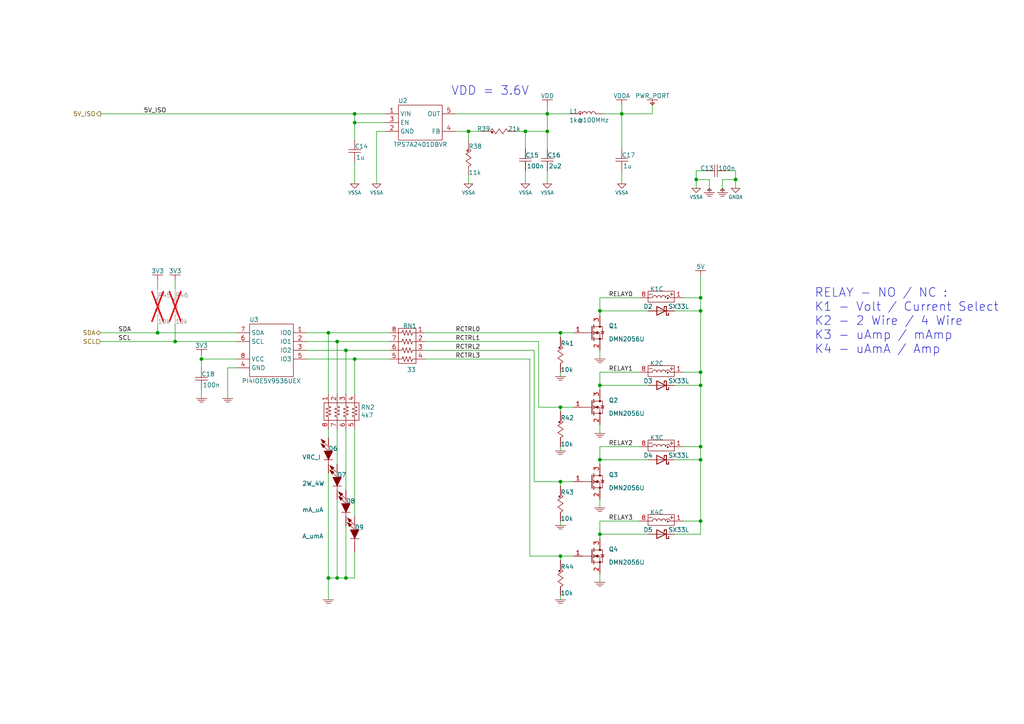
<source format=kicad_sch>
(kicad_sch (version 20231120) (generator "eeschema") (generator_version "8.0")
  (paper "A4")
  (title_block (rev "B"))
  (lib_symbols
    (symbol "cap_0603:100n" (pin_numbers hide) (pin_names (offset 1.016) hide)
      (property "Reference" "C" (at 0 3.81 0))
      (property "Value" "100n" (at 0.381 0.635 0))
      (symbol "100n_0_1"
        (polyline (pts (xy -1.778 3.556) (xy 1.778 3.556)))
        (polyline (pts (xy 0 2.54) (xy 0 2.794)))
        (polyline (pts (xy 0 3.556) (xy 0 3.81)))
        (polyline (pts (xy 1.778 2.794) (xy -1.778 2.794)))
      )
      (symbol "100n_1_1"
        (pin passive line (at 0 0 90) (length 2.54) (name "1") (number "1"))
        (pin passive line (at 0 6.35 270) (length 2.54) (name "2") (number "2"))
      )
    )
    (symbol "cap_0603:1u" (pin_numbers hide) (pin_names (offset 1.016) hide)
      (property "Reference" "C" (at 0 3.81 0))
      (property "Value" "1u" (at 0.381 0.635 0))
      (symbol "1u_0_1"
        (polyline (pts (xy -1.778 3.556) (xy 1.778 3.556)))
        (polyline (pts (xy 0 2.54) (xy 0 2.794)))
        (polyline (pts (xy 0 3.556) (xy 0 3.81)))
        (polyline (pts (xy 1.778 2.794) (xy -1.778 2.794)))
      )
      (symbol "1u_1_1"
        (pin passive line (at 0 0 90) (length 2.54) (name "1") (number "1"))
        (pin passive line (at 0 6.35 270) (length 2.54) (name "2") (number "2"))
      )
    )
    (symbol "cap_0603:2u2" (pin_numbers hide) (pin_names (offset 1.016) hide)
      (property "Reference" "C" (at 0 3.81 0))
      (property "Value" "2u2" (at 0.381 0.635 0))
      (symbol "2u2_0_1"
        (polyline (pts (xy -1.778 3.556) (xy 1.778 3.556)))
        (polyline (pts (xy 0 2.54) (xy 0 2.794)))
        (polyline (pts (xy 0 3.556) (xy 0 3.81)))
        (polyline (pts (xy 1.778 2.794) (xy -1.778 2.794)))
      )
      (symbol "2u2_1_1"
        (pin passive line (at 0 0 90) (length 2.54) (name "1") (number "1"))
        (pin passive line (at 0 6.35 270) (length 2.54) (name "2") (number "2"))
      )
    )
    (symbol "res_0603:10k" (pin_numbers hide) (pin_names (offset 1.016) hide)
      (property "Reference" "R" (at 2.54 0 0))
      (property "Value" "10k" (at 7.62 0 0))
      (symbol "10k_0_1"
        (polyline (pts (xy 2.54 0) (xy 3.048 0.762) (xy 4.064 -0.762) (xy 5.08 0.762) (xy 6.096 -0.762) (xy 7.112 0.762) (xy 7.62 0)))
        (circle (center 3.048 -0.254) (radius 0.254) (fill (type outline)))
      )
      (symbol "10k_1_1"
        (pin passive line (at 0 0 0) (length 2.54) (name "1") (number "1"))
        (pin passive line (at 10.16 0 180) (length 2.54) (name "2") (number "2"))
      )
    )
    (symbol "res_0603:11k" (pin_numbers hide) (pin_names (offset 1.016) hide)
      (property "Reference" "R" (at 2.54 0 0))
      (property "Value" "11k" (at 7.62 0 0))
      (symbol "11k_0_1"
        (polyline (pts (xy 2.54 0) (xy 3.048 0.762) (xy 4.064 -0.762) (xy 5.08 0.762) (xy 6.096 -0.762) (xy 7.112 0.762) (xy 7.62 0)))
        (circle (center 3.048 -0.254) (radius 0.254) (fill (type outline)))
      )
      (symbol "11k_1_1"
        (pin passive line (at 0 0 0) (length 2.54) (name "1") (number "1"))
        (pin passive line (at 10.16 0 180) (length 2.54) (name "2") (number "2"))
      )
    )
    (symbol "res_0603:21k" (pin_numbers hide) (pin_names (offset 1.016) hide)
      (property "Reference" "R" (at 2.54 0 0))
      (property "Value" "21k" (at 7.62 0 0))
      (symbol "21k_0_1"
        (polyline (pts (xy 2.54 0) (xy 3.048 0.762) (xy 4.064 -0.762) (xy 5.08 0.762) (xy 6.096 -0.762) (xy 7.112 0.762) (xy 7.62 0)))
        (circle (center 3.048 -0.254) (radius 0.254) (fill (type outline)))
      )
      (symbol "21k_1_1"
        (pin passive line (at 0 0 0) (length 2.54) (name "1") (number "1"))
        (pin passive line (at 10.16 0 180) (length 2.54) (name "2") (number "2"))
      )
    )
    (symbol "sesa_coil:fb_1k_0603" (pin_numbers hide) (pin_names (offset 1.016) hide)
      (property "Reference" "L" (at 2.54 0 0))
      (property "Value" "1k@100MHz" (at 7.62 0 0))
      (symbol "fb_1k_0603_0_1"
        (circle (center 3.1496 0) (radius 0.2032) (fill (type outline)))
        (arc (start 3.175 0.635) (mid 2.728 0.447) (end 2.54 0))
        (arc (start 3.8173 0.0073) (mid 3.6292 0.4542) (end 3.1823 0.6423))
        (arc (start 4.4377 0.6423) (mid 3.9908 0.4542) (end 3.8027 0.0073))
        (arc (start 5.0873 0.0073) (mid 4.8992 0.4542) (end 4.4523 0.6423))
        (arc (start 5.7077 0.6423) (mid 5.2608 0.4542) (end 5.0727 0.0073))
        (arc (start 6.3573 0.0073) (mid 6.1692 0.4542) (end 5.7223 0.6423))
        (arc (start 6.9777 0.6423) (mid 6.5308 0.4542) (end 6.3427 0.0073))
        (arc (start 7.6273 0.0073) (mid 7.4392 0.4542) (end 6.9923 0.6423))
      )
      (symbol "fb_1k_0603_1_1"
        (pin passive line (at 0 0 0) (length 2.54) (name "1") (number "1"))
        (pin passive line (at 10.16 0 180) (length 2.54) (name "2") (number "2"))
      )
    )
    (symbol "sesa_diode:MBR1020VL" (pin_numbers hide) (pin_names (offset 1.016) hide)
      (property "Reference" "D" (at 0 2.54 0))
      (property "Value" "MBR1020VL" (at 0 -2.54 0))
      (symbol "MBR1020VL_0_1"
        (polyline (pts (xy 1.27 0) (xy -1.27 0)))
        (polyline (pts (xy 1.27 1.27) (xy 1.27 -1.27) (xy -1.27 0) (xy 1.27 1.27)) (stroke (width 0.254)))
        (polyline (pts (xy -2.159 -0.635) (xy -2.159 -1.27) (xy -1.524 -1.27) (xy -1.524 1.27) (xy -0.889 1.27) (xy -0.889 0.635)) (stroke (width 0.254)))
      )
      (symbol "MBR1020VL_1_1"
        (pin passive line (at -3.81 0 0) (length 2.54) (name "K") (number "1"))
        (pin passive line (at 3.81 0 180) (length 2.54) (name "A") (number "2"))
      )
    )
    (symbol "sesa_ic_logic:PI4IOE5V9536UEX"
      (property "Reference" "U" (at 1.27 16.51 0))
      (property "Value" "PI4IOE5V9536UEX" (at 6.35 -1.27 0))
      (symbol "PI4IOE5V9536UEX_0_1"
        (rectangle (start 0 15.24) (end 12.7 0))
      )
      (symbol "PI4IOE5V9536UEX_1_1"
        (pin bidirectional line (at 16.51 12.7 180) (length 3.81) (name "IO0") (number "1"))
        (pin bidirectional line (at 16.51 10.16 180) (length 3.81) (name "IO1") (number "2"))
        (pin bidirectional line (at 16.51 7.62 180) (length 3.81) (name "IO2") (number "3"))
        (pin power_in line (at -3.81 2.54 0) (length 3.81) (name "GND") (number "4"))
        (pin bidirectional line (at 16.51 5.08 180) (length 3.81) (name "IO3") (number "5"))
        (pin input line (at -3.81 10.16 0) (length 3.81) (name "SCL") (number "6"))
        (pin bidirectional line (at -3.81 12.7 0) (length 3.81) (name "SDA") (number "7"))
        (pin power_in line (at -3.81 5.08 0) (length 3.81) (name "VCC") (number "8"))
      )
    )
    (symbol "sesa_ic_power:TPS7A2401DBVR"
      (property "Reference" "U" (at 1.27 11.43 0))
      (property "Value" "TPS7A2401DBVR" (at 6.35 -1.27 0))
      (symbol "TPS7A2401DBVR_0_0"
        (pin power_in line (at -3.81 7.62 0) (length 3.81) (name "VIN") (number "1"))
        (pin power_in line (at -3.81 2.54 0) (length 3.81) (name "GND") (number "2"))
        (pin input line (at -3.81 5.08 0) (length 3.81) (name "EN") (number "3"))
        (pin input line (at 16.51 2.54 180) (length 3.81) (name "FB") (number "4"))
        (pin power_out line (at 16.51 7.62 180) (length 3.81) (name "OUT") (number "5"))
      )
      (symbol "TPS7A2401DBVR_0_1"
        (rectangle (start 0 10.16) (end 12.7 0))
      )
    )
    (symbol "sesa_optics:led_green_0603" (pin_numbers hide) (pin_names (offset 0) hide)
      (property "Reference" "D" (at 0 1.27 0))
      (property "Value" "green" (at 0 -3.81 0))
      (symbol "led_green_0603_0_1"
        (polyline (pts (xy 0 2.54) (xy 0 -2.54)))
        (polyline (pts (xy 1.27 -1.27) (xy -1.27 -1.27)))
        (polyline (pts (xy 1.27 1.27) (xy 0 -1.27) (xy -1.27 1.27) (xy 1.27 1.27)) (fill (type outline)))
        (polyline (pts (xy -0.254 1.524) (xy -1.524 2.794) (xy -2.159 3.429) (xy -0.889 2.794) (xy -1.524 2.159) (xy -2.159 3.429)) (fill (type outline)))
        (polyline (pts (xy -0.254 2.794) (xy -1.524 4.064) (xy -2.159 4.699) (xy -0.889 4.064) (xy -1.524 3.429) (xy -2.159 4.699)) (fill (type outline)))
      )
      (symbol "led_green_0603_1_1"
        (pin input line (at 0 -5.08 90) (length 2.54) (name "K") (number "1"))
        (pin input line (at 0 5.08 270) (length 2.54) (name "A") (number "2"))
      )
    )
    (symbol "sesa_power:3V3" (power) (pin_numbers hide) (pin_names (offset 0) hide)
      (property "Value" "3V3" (at 0 2.667 0))
      (symbol "3V3_0_1"
        (polyline (pts (xy 0 1.524) (xy 0 0)))
        (polyline (pts (xy 1.524 1.524) (xy -1.524 1.524)))
      )
      (symbol "3V3_1_1"
        (pin power_in line (at 0 0 90) (length 0) hide (name "3V3") (number "1"))
      )
    )
    (symbol "sesa_power:5V" (power) (pin_names (offset 0))
      (property "Value" "5V" (at 0 2.667 0))
      (symbol "5V_0_0"
        (pin power_in line (at 0 0 90) (length 0) hide (name "5V") (number "1"))
      )
      (symbol "5V_0_1"
        (polyline (pts (xy 0 1.524) (xy 0 0)))
        (polyline (pts (xy 1.524 1.524) (xy -1.524 1.524)))
      )
    )
    (symbol "sesa_power:GND" (power) (pin_numbers hide) (pin_names (offset 0) hide)
      (symbol "GND_0_1"
        (polyline (pts (xy 0.508 -1.016) (xy -0.508 -1.016)))
        (polyline (pts (xy 1.016 -0.508) (xy -1.016 -0.508)))
        (polyline (pts (xy 1.524 0) (xy -1.524 0)))
      )
      (symbol "GND_1_1"
        (pin power_in line (at 0 0 90) (length 0) hide (name "GND") (number "1"))
      )
    )
    (symbol "sesa_power:GNDA" (power) (pin_names (offset 0))
      (property "Value" "GNDA" (at 0 -1.778 0))
      (symbol "GNDA_0_1"
        (polyline (pts (xy -1.27 0) (xy 0 -1.27) (xy 1.27 0) (xy -1.27 0)))
      )
      (symbol "GNDA_1_1"
        (pin power_in line (at 0 0 90) (length 0) hide (name "GNDA") (number "1"))
      )
    )
    (symbol "sesa_power:GND_PORT" (power) (pin_numbers hide) (pin_names (offset 0) hide)
      (symbol "GND_PORT_0_1"
        (polyline (pts (xy 0 0) (xy 0 1.27)))
        (polyline (pts (xy 0.508 -1.016) (xy -0.508 -1.016)))
        (polyline (pts (xy 1.016 -0.508) (xy -1.016 -0.508)))
        (polyline (pts (xy 1.524 0) (xy -1.524 0)))
        (polyline (pts (xy 0 1.27) (xy -0.635 0.635) (xy 0.635 0.635) (xy 0 1.27)))
      )
      (symbol "GND_PORT_1_1"
        (pin power_out line (at 0 1.27 90) (length 0) hide (name "GND") (number "1"))
      )
    )
    (symbol "sesa_power:PWR_PORT" (power) (pin_names (offset 0))
      (property "Value" "PWR_PORT" (at 0 2.667 0))
      (symbol "PWR_PORT_0_0"
        (pin power_out line (at 0 0 90) (length 0) hide (name "PWR") (number "1"))
      )
      (symbol "PWR_PORT_0_1"
        (polyline (pts (xy 0 1.524) (xy 0 0)))
        (polyline (pts (xy 1.524 1.524) (xy -1.524 1.524)))
        (polyline (pts (xy -0.635 0.635) (xy 0.635 0.635) (xy 0 0) (xy -0.635 0.635)))
      )
    )
    (symbol "sesa_power:VDD" (power) (pin_names (offset 0))
      (property "Value" "VDD" (at 0 2.667 0))
      (symbol "VDD_0_0"
        (pin power_in line (at 0 0 90) (length 0) hide (name "VDD") (number "1"))
      )
      (symbol "VDD_0_1"
        (polyline (pts (xy 0 1.524) (xy 0 0)))
        (polyline (pts (xy 1.524 1.524) (xy -1.524 1.524)))
      )
    )
    (symbol "sesa_power:VDDA" (power) (pin_names (offset 0))
      (property "Value" "VDDA" (at 0 2.667 0))
      (symbol "VDDA_0_0"
        (pin power_in line (at 0 0 90) (length 0) hide (name "VDDA") (number "1"))
      )
      (symbol "VDDA_0_1"
        (polyline (pts (xy 0 1.524) (xy 0 0)))
        (polyline (pts (xy 1.524 1.524) (xy -1.524 1.524)))
      )
    )
    (symbol "sesa_power:VSSA" (power) (pin_names (offset 0))
      (property "Value" "VSSA" (at 0 -2.54 0))
      (symbol "VSSA_0_1"
        (polyline (pts (xy -1.27 0) (xy 0 -1.27) (xy 1.27 0) (xy -1.27 0)))
      )
      (symbol "VSSA_1_1"
        (pin power_in line (at 0 0 90) (length 0) hide (name "VSSA") (number "1"))
      )
    )
    (symbol "sesa_relay:G6K-2F-Y" (pin_names hide)
      (property "Reference" "K" (at 2.54 2.54 0))
      (symbol "G6K-2F-Y_1_1"
        (polyline (pts (xy 0 -1.27) (xy 2.54 -1.27)))
        (polyline (pts (xy 0 1.27) (xy 2.54 1.27)))
        (polyline (pts (xy 2.54 1.016) (xy 5.08 0) (xy 6.35 0) (xy 6.35 1.27) (xy 7.62 1.27)))
        (circle (center 2.54 -1.27) (radius 0.254) (fill (type outline)))
        (circle (center 2.54 1.27) (radius 0.254) (fill (type outline)))
        (pin passive line (at -2.54 1.27 0) (length 2.54) (name "NC1") (number "2"))
        (pin passive line (at 10.16 1.27 180) (length 2.54) (name "COM1") (number "3"))
        (pin passive line (at -2.54 -1.27 0) (length 2.54) (name "NO1") (number "4"))
      )
      (symbol "G6K-2F-Y_2_1"
        (polyline (pts (xy 0 -1.27) (xy 2.54 -1.27)))
        (polyline (pts (xy 0 1.27) (xy 2.54 1.27)))
        (polyline (pts (xy 2.54 1.016) (xy 5.08 0) (xy 6.35 0) (xy 6.35 1.27) (xy 7.62 1.27)))
        (circle (center 2.54 -1.27) (radius 0.254) (fill (type outline)))
        (circle (center 2.54 1.27) (radius 0.254) (fill (type outline)))
        (pin passive line (at -2.54 -1.27 0) (length 2.54) (name "NO2") (number "5"))
        (pin passive line (at 10.16 1.27 180) (length 2.54) (name "COM2") (number "6"))
        (pin passive line (at -2.54 1.27 0) (length 2.54) (name "NC2") (number "7"))
      )
      (symbol "G6K-2F-Y_3_1"
        (polyline (pts (xy 0 0) (xy 1.27 0)))
        (polyline (pts (xy 0.254 1.016) (xy 1.27 1.016)))
        (polyline (pts (xy 6.35 0) (xy 7.62 0)))
        (polyline (pts (xy 6.35 1.016) (xy 7.366 1.016)))
        (polyline (pts (xy 6.858 1.524) (xy 6.858 0.508)))
        (rectangle (start 0 1.905) (end 7.62 -1.27))
        (arc (start 1.905 0.635) (mid 1.456 0.449) (end 1.27 0))
        (arc (start 2.54 0) (mid 2.354 0.449) (end 1.905 0.635))
        (arc (start 3.175 0.635) (mid 2.726 0.449) (end 2.54 0))
        (arc (start 3.81 0) (mid 3.624 0.449) (end 3.175 0.635))
        (arc (start 4.445 0.635) (mid 3.996 0.449) (end 3.81 0))
        (arc (start 5.08 0) (mid 4.894 0.449) (end 4.445 0.635))
        (circle (center 5.715 -0.127) (radius 0.1796) (fill (type outline)))
        (arc (start 5.715 0.635) (mid 5.266 0.449) (end 5.08 0))
        (arc (start 6.35 0) (mid 6.164 0.449) (end 5.715 0.635))
        (pin passive line (at 10.16 0 180) (length 2.54) (name "COIL1") (number "1"))
        (pin passive line (at -2.54 0 0) (length 2.54) (name "COIL2") (number "8"))
      )
    )
    (symbol "sesa_resistor:33_4a_0603" (pin_names (offset 0.002) hide)
      (property "Reference" "RN" (at 2.54 10.16 0))
      (property "Value" "33" (at 0 -2.54 0))
      (symbol "33_4a_0603_0_1"
        (polyline (pts (xy 5.08 1.27) (xy 4.064 1.27) (xy 3.81 2.032) (xy 3.302 0.508) (xy 2.794 2.032) (xy 2.286 0.508) (xy 1.778 2.032) (xy 1.27 0.508) (xy 1.016 1.27) (xy 0 1.27)))
        (polyline (pts (xy 5.08 3.81) (xy 4.064 3.81) (xy 3.81 4.572) (xy 3.302 3.048) (xy 2.794 4.572) (xy 2.286 3.048) (xy 1.778 4.572) (xy 1.27 3.048) (xy 1.016 3.81) (xy 0 3.81)))
        (polyline (pts (xy 5.08 6.35) (xy 4.064 6.35) (xy 3.81 7.112) (xy 3.302 5.588) (xy 2.794 7.112) (xy 2.286 5.588) (xy 1.778 7.112) (xy 1.27 5.588) (xy 1.016 6.35) (xy 0 6.35)))
        (polyline (pts (xy 5.08 8.89) (xy 4.064 8.89) (xy 3.81 9.652) (xy 3.302 8.128) (xy 2.794 9.652) (xy 2.286 8.128) (xy 1.778 9.652) (xy 1.27 8.128) (xy 1.016 8.89) (xy 0 8.89)))
        (rectangle (start 0 10.16) (end 5.08 0))
      )
      (symbol "33_4a_0603_1_1"
        (pin passive line (at -2.54 8.89 0) (length 2.54) (name "1") (number "1"))
        (pin passive line (at -2.54 6.35 0) (length 2.54) (name "2") (number "2"))
        (pin passive line (at -2.54 3.81 0) (length 2.54) (name "3") (number "3"))
        (pin passive line (at -2.54 1.27 0) (length 2.54) (name "4") (number "4"))
        (pin passive line (at 7.62 1.27 180) (length 2.54) (name "5") (number "5"))
        (pin passive line (at 7.62 3.81 180) (length 2.54) (name "6") (number "6"))
        (pin passive line (at 7.62 6.35 180) (length 2.54) (name "7") (number "7"))
        (pin passive line (at 7.62 8.89 180) (length 2.54) (name "8") (number "8"))
      )
    )
    (symbol "sesa_resistor:4k7_4a_0603" (pin_names (offset 0.002) hide)
      (property "Reference" "RN" (at 2.54 10.16 0))
      (property "Value" "4k7" (at 0 -2.54 0))
      (symbol "4k7_4a_0603_0_1"
        (polyline (pts (xy 5.08 1.27) (xy 4.064 1.27) (xy 3.81 2.032) (xy 3.302 0.508) (xy 2.794 2.032) (xy 2.286 0.508) (xy 1.778 2.032) (xy 1.27 0.508) (xy 1.016 1.27) (xy 0 1.27)))
        (polyline (pts (xy 5.08 3.81) (xy 4.064 3.81) (xy 3.81 4.572) (xy 3.302 3.048) (xy 2.794 4.572) (xy 2.286 3.048) (xy 1.778 4.572) (xy 1.27 3.048) (xy 1.016 3.81) (xy 0 3.81)))
        (polyline (pts (xy 5.08 6.35) (xy 4.064 6.35) (xy 3.81 7.112) (xy 3.302 5.588) (xy 2.794 7.112) (xy 2.286 5.588) (xy 1.778 7.112) (xy 1.27 5.588) (xy 1.016 6.35) (xy 0 6.35)))
        (polyline (pts (xy 5.08 8.89) (xy 4.064 8.89) (xy 3.81 9.652) (xy 3.302 8.128) (xy 2.794 9.652) (xy 2.286 8.128) (xy 1.778 9.652) (xy 1.27 8.128) (xy 1.016 8.89) (xy 0 8.89)))
        (rectangle (start 0 10.16) (end 5.08 0))
      )
      (symbol "4k7_4a_0603_1_1"
        (pin passive line (at -2.54 8.89 0) (length 2.54) (name "1") (number "1"))
        (pin passive line (at -2.54 6.35 0) (length 2.54) (name "2") (number "2"))
        (pin passive line (at -2.54 3.81 0) (length 2.54) (name "3") (number "3"))
        (pin passive line (at -2.54 1.27 0) (length 2.54) (name "4") (number "4"))
        (pin passive line (at 7.62 1.27 180) (length 2.54) (name "5") (number "5"))
        (pin passive line (at 7.62 3.81 180) (length 2.54) (name "6") (number "6"))
        (pin passive line (at 7.62 6.35 180) (length 2.54) (name "7") (number "7"))
        (pin passive line (at 7.62 8.89 180) (length 2.54) (name "8") (number "8"))
      )
    )
    (symbol "sesa_transistor:DMN2056U" (pin_names (offset 0) hide)
      (property "Reference" "Q" (at 5.08 1.27 0))
      (property "Value" "DMN2056U" (at 5.08 -2.54 0))
      (symbol "DMN2056U_0_1"
        (polyline (pts (xy 0.254 0) (xy -2.54 0)))
        (polyline (pts (xy 0.254 1.905) (xy 0.254 -1.905)) (stroke (width 0.254)))
        (polyline (pts (xy 0.762 -1.27) (xy 0.762 -2.286)) (stroke (width 0.254)))
        (polyline (pts (xy 0.762 0.508) (xy 0.762 -0.508)) (stroke (width 0.254)))
        (polyline (pts (xy 0.762 2.286) (xy 0.762 1.27)) (stroke (width 0.254)))
        (polyline (pts (xy 2.54 2.54) (xy 2.54 1.778)))
        (polyline (pts (xy 2.54 -2.54) (xy 2.54 0) (xy 0.762 0)))
        (polyline (pts (xy 0.762 -1.778) (xy 3.302 -1.778) (xy 3.302 1.778) (xy 0.762 1.778)))
        (polyline (pts (xy 1.016 0) (xy 2.032 0.381) (xy 2.032 -0.381) (xy 1.016 0)) (fill (type outline)))
        (polyline (pts (xy 2.794 0.508) (xy 2.921 0.381) (xy 3.683 0.381) (xy 3.81 0.254)))
        (polyline (pts (xy 3.302 0.381) (xy 2.921 -0.254) (xy 3.683 -0.254) (xy 3.302 0.381)))
        (circle (center 2.54 -1.778) (radius 0.254) (fill (type outline)))
        (circle (center 2.54 1.778) (radius 0.254) (fill (type outline)))
      )
      (symbol "DMN2056U_1_1"
        (pin input line (at -5.08 0 0) (length 2.54) (name "G") (number "1"))
        (pin passive line (at 2.54 -5.08 90) (length 2.54) (name "S") (number "2"))
        (pin passive line (at 2.54 5.08 270) (length 2.54) (name "D") (number "3"))
      )
    )
  )
  (junction (at 102.87 35.56))
  (junction (at 135.89 38.1))
  (junction (at 180.34 33.02))
  (junction (at 203.2 107.95))
  (junction (at 102.87 33.02))
  (junction (at 100.33 167.64))
  (junction (at 158.75 33.02))
  (junction (at 203.2 111.76))
  (junction (at 203.2 133.35))
  (junction (at 203.2 129.54))
  (junction (at 95.25 167.64))
  (junction (at 213.36 52.07))
  (junction (at 203.2 151.13))
  (junction (at 173.99 90.17))
  (junction (at 158.75 38.1))
  (junction (at 201.93 52.07))
  (junction (at 97.79 167.64))
  (junction (at 203.2 90.17))
  (junction (at 173.99 111.76))
  (junction (at 45.72 96.52))
  (junction (at 95.25 96.52))
  (junction (at 97.79 99.06))
  (junction (at 152.4 38.1))
  (junction (at 102.87 104.14))
  (junction (at 162.56 161.29))
  (junction (at 162.56 139.7))
  (junction (at 100.33 101.6))
  (junction (at 162.56 118.11))
  (junction (at 203.2 86.36))
  (junction (at 173.99 133.35))
  (junction (at 50.8 99.06))
  (junction (at 58.42 104.14))
  (junction (at 162.56 96.52))
  (junction (at 173.99 154.94))
  (wire (pts (xy 203.2 129.54) (xy 203.2 133.35)))
  (wire (pts (xy 173.99 151.13) (xy 173.99 154.94)))
  (wire (pts (xy 189.23 33.02) (xy 180.34 33.02)))
  (wire (pts (xy 154.94 139.7) (xy 162.56 139.7)))
  (wire (pts (xy 173.99 151.13) (xy 185.42 151.13)))
  (wire (pts (xy 162.56 96.52) (xy 166.37 96.52)))
  (wire (pts (xy 29.21 33.02) (xy 102.87 33.02)))
  (wire (pts (xy 100.33 167.64) (xy 102.87 167.64)))
  (wire (pts (xy 97.79 167.64) (xy 100.33 167.64)))
  (wire (pts (xy 210.82 49.53) (xy 213.36 49.53)))
  (wire (pts (xy 180.34 49.53) (xy 180.34 53.34)))
  (wire (pts (xy 198.12 129.54) (xy 203.2 129.54)))
  (wire (pts (xy 173.99 154.94) (xy 187.96 154.94)))
  (wire (pts (xy 156.21 118.11) (xy 162.56 118.11)))
  (wire (pts (xy 153.67 104.14) (xy 153.67 161.29)))
  (wire (pts (xy 100.33 101.6) (xy 113.03 101.6)))
  (wire (pts (xy 45.72 96.52) (xy 68.58 96.52)))
  (wire (pts (xy 154.94 101.6) (xy 154.94 139.7)))
  (wire (pts (xy 29.21 96.52) (xy 45.72 96.52)))
  (wire (pts (xy 173.99 104.14) (xy 173.99 101.6)))
  (wire (pts (xy 201.93 52.07) (xy 201.93 54.61)))
  (wire (pts (xy 158.75 33.02) (xy 165.1 33.02)))
  (wire (pts (xy 173.99 154.94) (xy 173.99 156.21)))
  (wire (pts (xy 50.8 81.28) (xy 50.8 83.82)))
  (wire (pts (xy 158.75 30.48) (xy 158.75 33.02)))
  (wire (pts (xy 195.58 111.76) (xy 203.2 111.76)))
  (wire (pts (xy 162.56 152.4) (xy 162.56 151.13)))
  (wire (pts (xy 95.25 124.46) (xy 95.25 127)))
  (wire (pts (xy 198.12 107.95) (xy 203.2 107.95)))
  (wire (pts (xy 185.42 86.36) (xy 173.99 86.36)))
  (wire (pts (xy 162.56 118.11) (xy 166.37 118.11)))
  (wire (pts (xy 198.12 86.36) (xy 203.2 86.36)))
  (wire (pts (xy 203.2 86.36) (xy 203.2 90.17)))
  (wire (pts (xy 135.89 38.1) (xy 139.7 38.1)))
  (wire (pts (xy 173.99 86.36) (xy 173.99 90.17)))
  (wire (pts (xy 50.8 93.98) (xy 50.8 99.06)))
  (wire (pts (xy 173.99 111.76) (xy 173.99 113.03)))
  (wire (pts (xy 189.23 30.48) (xy 189.23 33.02)))
  (wire (pts (xy 123.19 96.52) (xy 162.56 96.52)))
  (wire (pts (xy 102.87 35.56) (xy 102.87 40.64)))
  (wire (pts (xy 209.55 52.07) (xy 213.36 52.07)))
  (wire (pts (xy 205.74 54.61) (xy 205.74 52.07)))
  (wire (pts (xy 95.25 167.64) (xy 97.79 167.64)))
  (wire (pts (xy 100.33 152.4) (xy 100.33 167.64)))
  (wire (pts (xy 102.87 124.46) (xy 102.87 149.86)))
  (wire (pts (xy 173.99 147.32) (xy 173.99 144.78)))
  (wire (pts (xy 132.08 33.02) (xy 158.75 33.02)))
  (wire (pts (xy 213.36 49.53) (xy 213.36 52.07)))
  (wire (pts (xy 111.76 33.02) (xy 102.87 33.02)))
  (wire (pts (xy 95.25 96.52) (xy 113.03 96.52)))
  (wire (pts (xy 162.56 139.7) (xy 162.56 140.97)))
  (wire (pts (xy 162.56 118.11) (xy 162.56 119.38)))
  (wire (pts (xy 102.87 46.99) (xy 102.87 53.34)))
  (wire (pts (xy 97.79 99.06) (xy 113.03 99.06)))
  (wire (pts (xy 68.58 104.14) (xy 58.42 104.14)))
  (wire (pts (xy 173.99 111.76) (xy 187.96 111.76)))
  (wire (pts (xy 135.89 38.1) (xy 135.89 40.64)))
  (wire (pts (xy 201.93 49.53) (xy 201.93 52.07)))
  (wire (pts (xy 203.2 133.35) (xy 203.2 151.13)))
  (wire (pts (xy 88.9 104.14) (xy 102.87 104.14)))
  (wire (pts (xy 135.89 53.34) (xy 135.89 50.8)))
  (wire (pts (xy 162.56 130.81) (xy 162.56 129.54)))
  (wire (pts (xy 158.75 38.1) (xy 158.75 43.18)))
  (wire (pts (xy 152.4 38.1) (xy 152.4 43.18)))
  (wire (pts (xy 158.75 49.53) (xy 158.75 53.34)))
  (wire (pts (xy 180.34 33.02) (xy 180.34 43.18)))
  (wire (pts (xy 58.42 115.57) (xy 58.42 113.03)))
  (wire (pts (xy 100.33 124.46) (xy 100.33 142.24)))
  (wire (pts (xy 152.4 49.53) (xy 152.4 53.34)))
  (wire (pts (xy 109.22 38.1) (xy 111.76 38.1)))
  (wire (pts (xy 185.42 129.54) (xy 173.99 129.54)))
  (wire (pts (xy 195.58 90.17) (xy 203.2 90.17)))
  (wire (pts (xy 102.87 104.14) (xy 102.87 114.3)))
  (wire (pts (xy 213.36 52.07) (xy 213.36 54.61)))
  (wire (pts (xy 102.87 104.14) (xy 113.03 104.14)))
  (wire (pts (xy 97.79 144.78) (xy 97.79 167.64)))
  (wire (pts (xy 95.25 137.16) (xy 95.25 167.64)))
  (wire (pts (xy 45.72 81.28) (xy 45.72 83.82)))
  (wire (pts (xy 68.58 106.68) (xy 66.04 106.68)))
  (wire (pts (xy 95.25 173.99) (xy 95.25 167.64)))
  (wire (pts (xy 203.2 107.95) (xy 203.2 111.76)))
  (wire (pts (xy 209.55 54.61) (xy 209.55 52.07)))
  (wire (pts (xy 203.2 151.13) (xy 203.2 154.94)))
  (wire (pts (xy 173.99 129.54) (xy 173.99 133.35)))
  (wire (pts (xy 162.56 161.29) (xy 166.37 161.29)))
  (wire (pts (xy 152.4 38.1) (xy 158.75 38.1)))
  (wire (pts (xy 95.25 96.52) (xy 95.25 114.3)))
  (wire (pts (xy 195.58 154.94) (xy 203.2 154.94)))
  (wire (pts (xy 162.56 109.22) (xy 162.56 107.95)))
  (wire (pts (xy 102.87 160.02) (xy 102.87 167.64)))
  (wire (pts (xy 204.47 49.53) (xy 201.93 49.53)))
  (wire (pts (xy 45.72 93.98) (xy 45.72 96.52)))
  (wire (pts (xy 173.99 90.17) (xy 173.99 91.44)))
  (wire (pts (xy 175.26 33.02) (xy 180.34 33.02)))
  (wire (pts (xy 173.99 90.17) (xy 187.96 90.17)))
  (wire (pts (xy 153.67 161.29) (xy 162.56 161.29)))
  (wire (pts (xy 180.34 33.02) (xy 180.34 30.48)))
  (wire (pts (xy 162.56 161.29) (xy 162.56 162.56)))
  (wire (pts (xy 162.56 173.99) (xy 162.56 172.72)))
  (wire (pts (xy 173.99 133.35) (xy 187.96 133.35)))
  (wire (pts (xy 203.2 80.01) (xy 203.2 86.36)))
  (wire (pts (xy 100.33 101.6) (xy 88.9 101.6)))
  (wire (pts (xy 162.56 139.7) (xy 166.37 139.7)))
  (wire (pts (xy 185.42 107.95) (xy 173.99 107.95)))
  (wire (pts (xy 123.19 99.06) (xy 156.21 99.06)))
  (wire (pts (xy 97.79 99.06) (xy 97.79 114.3)))
  (wire (pts (xy 50.8 99.06) (xy 68.58 99.06)))
  (wire (pts (xy 66.04 106.68) (xy 66.04 115.57)))
  (wire (pts (xy 195.58 133.35) (xy 203.2 133.35)))
  (wire (pts (xy 123.19 104.14) (xy 153.67 104.14)))
  (wire (pts (xy 29.21 99.06) (xy 50.8 99.06)))
  (wire (pts (xy 173.99 125.73) (xy 173.99 123.19)))
  (wire (pts (xy 149.86 38.1) (xy 152.4 38.1)))
  (wire (pts (xy 58.42 104.14) (xy 58.42 102.87)))
  (wire (pts (xy 97.79 99.06) (xy 88.9 99.06)))
  (wire (pts (xy 123.19 101.6) (xy 154.94 101.6)))
  (wire (pts (xy 162.56 96.52) (xy 162.56 97.79)))
  (wire (pts (xy 203.2 111.76) (xy 203.2 129.54)))
  (wire (pts (xy 100.33 101.6) (xy 100.33 114.3)))
  (wire (pts (xy 158.75 38.1) (xy 158.75 33.02)))
  (wire (pts (xy 97.79 124.46) (xy 97.79 134.62)))
  (wire (pts (xy 203.2 90.17) (xy 203.2 107.95)))
  (wire (pts (xy 205.74 52.07) (xy 201.93 52.07)))
  (wire (pts (xy 111.76 35.56) (xy 102.87 35.56)))
  (wire (pts (xy 198.12 151.13) (xy 203.2 151.13)))
  (wire (pts (xy 173.99 168.91) (xy 173.99 166.37)))
  (wire (pts (xy 58.42 104.14) (xy 58.42 106.68)))
  (wire (pts (xy 173.99 107.95) (xy 173.99 111.76)))
  (wire (pts (xy 132.08 38.1) (xy 135.89 38.1)))
  (wire (pts (xy 102.87 33.02) (xy 102.87 35.56)))
  (wire (pts (xy 173.99 133.35) (xy 173.99 134.62)))
  (wire (pts (xy 156.21 99.06) (xy 156.21 118.11)))
  (wire (pts (xy 95.25 96.52) (xy 88.9 96.52)))
  (wire (pts (xy 109.22 38.1) (xy 109.22 53.34)))
  (text "RELAY - NO / NC :\nK1 - Volt / Current Select\nK2 - 2 Wire / 4 Wire\nK3 - uAmp / mAmp\nK4 - uAmA / Amp" (at 236.22 102.87 0) (effects (font (size 2.54 2.54)) (justify left bottom)))
  (text "VDD = 3.6V" (at 130.81 27.94 0) (effects (font (size 2.54 2.54)) (justify left bottom)))
  (label "RCTRL2" (at 132.08 101.6 0))
  (label "SCL" (at 34.29 99.06 0))
  (label "5V_ISO" (at 48.26 33.02 180))
  (label "RELAY3" (at 176.53 151.13 0))
  (label "RELAY0" (at 176.53 86.36 0))
  (label "RCTRL1" (at 132.08 99.06 0))
  (label "RCTRL3" (at 132.08 104.14 0))
  (label "SDA" (at 34.29 96.52 0))
  (label "RELAY2" (at 176.53 129.54 0))
  (label "RELAY1" (at 176.53 107.95 0))
  (label "RCTRL0" (at 132.08 96.52 0))
  (hierarchical_label "SDA" (shape bidirectional) (at 29.21 96.52 180))
  (hierarchical_label "5V_ISO" (shape output) (at 29.21 33.02 180))
  (hierarchical_label "SCL" (shape input) (at 29.21 99.06 180))
  (symbol (lib_id "sesa_power:GND") (at 58.42 115.57 0) (unit 1)
    (property "Reference" "#PWR049" (effects (hide yes)))
    (property "Value" "GND" (effects (hide yes)))
  )
  (symbol (lib_id "sesa_optics:led_green_0603") (at 97.79 139.7 0) (unit 1)
    (property "Reference" "D7" (at 97.79 138.43 0) (effects (justify left bottom)))
    (property "Value" "2W_4W" (at 87.63 140.97 0) (effects (justify left bottom)))
    (property "Footprint" "LED_SMD:LED_0603_1608Metric" (effects (hide yes)))
    (property "Datasheet" "https://www.we-online.com/catalog/datasheet/150060GS55040.pdf" (effects (hide yes)))
    (property "Description" "Led smd 0603, green" (effects (hide yes)))
    (property "MFG PN" "150060GS55040" (effects (hide yes)))
  )
  (symbol (lib_id "sesa_power:3V3") (at 58.42 102.87 0) (unit 1)
    (property "Reference" "#PWR056" (effects (hide yes)))
    (property "Value" "3V3" (at 58.42 100.203 0))
  )
  (symbol (lib_id "res_0603:10k") (at 162.56 162.56 270) (unit 1)
    (property "Reference" "R44" (at 162.56 165.1 90) (effects (justify left bottom)))
    (property "Value" "10k" (at 162.56 172.72 90) (effects (justify left bottom)))
    (property "Footprint" "Resistor_SMD:R_0603_1608Metric" (effects (hide yes)))
    (property "Datasheet" "https://www.bourns.com/data/global/pdfs/CR.pdf" (effects (hide yes)))
    (property "Description" "resistor, 0603, 125 mW" (effects (hide yes)))
    (property "Tolerance" "1%" (effects (hide yes)))
    (property "MFG PN" "CR0603AFX-1002EAS" (effects (hide yes)))
  )
  (symbol (lib_id "res_0603:21k") (at 139.7 38.1 0) (unit 1)
    (property "Reference" "R39" (at 142.24 38.1 0) (effects (justify right bottom)))
    (property "Value" "21k" (at 147.32 38.1 0) (effects (justify left bottom)))
    (property "Footprint" "Resistor_SMD:R_0603_1608Metric" (effects (hide yes)))
    (property "Datasheet" "https://www.bourns.com/data/global/pdfs/CR.pdf" (effects (hide yes)))
    (property "Description" "resistor, 0603, 100 mW, 1%" (effects (hide yes)))
    (property "Tolerance" "1%" (effects (hide yes)))
    (property "MFG PN" "CR0603-FX-2102ELF" (effects (hide yes)))
  )
  (symbol (lib_id "sesa_power:VSSA") (at 135.89 53.34 0) (unit 1)
    (property "Reference" "#PWR031" (effects (hide yes)))
    (property "Value" "VSSA" (at 135.89 55.88 0) (effects (font (size 1.016 1.016))))
  )
  (symbol (lib_id "sesa_transistor:DMN2056U") (at 171.45 161.29 0) (unit 1)
    (property "Reference" "Q4" (at 176.53 160.02 0) (effects (justify left bottom)))
    (property "Value" "DMN2056U" (at 176.53 163.83 0) (effects (justify left bottom)))
    (property "Footprint" "Package_TO_SOT_SMD:SOT-23" (effects (hide yes)))
    (property "Datasheet" "https://www.diodes.com/assets/Datasheets/DMN2056U.pdf" (effects (hide yes)))
    (property "Description" " MOSFET N-CHANNEL 20V, Vgss +/-8V, Vgs(th) 1V, Id 4A" (effects (hide yes)))
    (property "MFG PN" "DMN2056U-7" (effects (hide yes)))
  )
  (symbol (lib_id "sesa_power:5V") (at 203.2 80.01 0) (unit 1)
    (property "Reference" "#PWR043" (effects (hide yes)))
    (property "Value" "5V" (at 203.2 77.343 0))
  )
  (symbol (lib_id "sesa_power:GND") (at 66.04 115.57 0) (unit 1)
    (property "Reference" "#PWR045" (effects (hide yes)))
    (property "Value" "GND" (effects (hide yes)))
  )
  (symbol (lib_id "sesa_power:GND") (at 173.99 125.73 0) (unit 1)
    (property "Reference" "#PWR046" (effects (hide yes)))
    (property "Value" "GND" (effects (hide yes)))
  )
  (symbol (lib_id "res_0603:10k") (at 162.56 119.38 270) (unit 1)
    (property "Reference" "R42" (at 162.56 121.92 90) (effects (justify left bottom)))
    (property "Value" "10k" (at 162.56 129.54 90) (effects (justify left bottom)))
    (property "Footprint" "Resistor_SMD:R_0603_1608Metric" (effects (hide yes)))
    (property "Datasheet" "https://www.bourns.com/data/global/pdfs/CR.pdf" (effects (hide yes)))
    (property "Description" "resistor, 0603, 125 mW" (effects (hide yes)))
    (property "Tolerance" "1%" (effects (hide yes)))
    (property "MFG PN" "CR0603AFX-1002EAS" (effects (hide yes)))
  )
  (symbol (lib_id "sesa_power:VSSA") (at 180.34 53.34 0) (unit 1)
    (property "Reference" "#PWR042" (effects (hide yes)))
    (property "Value" "VSSA" (at 180.34 55.88 0) (effects (font (size 1.016 1.016))))
  )
  (symbol (lib_id "sesa_diode:MBR1020VL") (at 191.77 111.76 0) (mirror y) (unit 1)
    (property "Reference" "D3" (at 187.96 110.49 0))
    (property "Value" "SX33L" (at 196.85 110.49 0))
    (property "Footprint" "Diode_SMD:D_SOD-123" (effects (hide yes)))
    (property "Datasheet" "https://www.panjit.com.tw/upload/datasheet/MBR1020VL.pdf" (effects (hide yes)))
    (property "Description" "DIODE SCHOTTKY 20V 1A SOD123FL" (effects (hide yes)))
    (property "MFG PN" "MBR1020VL_R1_00001" (effects (hide yes)))
  )
  (symbol (lib_id "sesa_power:3V3") (at 50.8 81.28 0) (unit 1)
    (property "Reference" "#PWR055" (effects (hide yes)))
    (property "Value" "3V3" (at 50.8 78.613 0))
  )
  (symbol (lib_id "sesa_power:PWR_PORT") (at 189.23 30.48 0) (unit 1)
    (property "Reference" "#PWR09" (effects (hide yes)))
    (property "Value" "PWR_PORT" (at 189.23 27.813 0))
  )
  (symbol (lib_id "sesa_resistor:33_4a_0603") (at 120.65 105.41 0) (mirror y) (unit 1)
    (property "Reference" "RN1" (at 116.84 95.25 0) (effects (justify right bottom)))
    (property "Value" "33" (at 120.65 107.95 0) (effects (justify left bottom)))
    (property "Footprint" "Resistor_SMD:R_Array_Convex_4x0603" (effects (hide yes)))
    (property "Datasheet" "https://www.yageo.com/upload/media/product/productsearch/datasheet/rchip/PYu-YC_TC_group_51_RoHS_L_9.pdf" (effects (hide yes)))
    (property "Description" "8 resistor network, star topology, bussed resistors, small US symbol" (effects (hide yes)))
    (property "MFG PN" "YC164-FR-0733RL" (effects (hide yes)))
  )
  (symbol (lib_id "sesa_power:GND_PORT") (at 205.74 55.88 0) (unit 1)
    (property "Reference" "#PWR039" (effects (hide yes)))
    (property "Value" "GND_PORT" (effects (hide yes)))
  )
  (symbol (lib_id "sesa_ic_logic:PI4IOE5V9536UEX") (at 72.39 109.22 0) (unit 1)
    (property "Reference" "U3" (at 73.66 92.71 0))
    (property "Value" "PI4IOE5V9536UEX" (at 78.74 110.49 0))
    (property "Footprint" "Package_SO:TSSOP-8_3x3mm_P0.65mm" (effects (hide yes)))
    (property "Datasheet" "https://www.diodes.com/assets/Datasheets/PI4IOE5V9536.pdf" (effects (hide yes)))
    (property "MFG PN" "PI4IOE5V9536UEX" (effects (hide yes)))
  )
  (symbol (lib_id "sesa_diode:MBR1020VL") (at 191.77 90.17 0) (mirror y) (unit 1)
    (property "Reference" "D2" (at 187.96 88.9 0))
    (property "Value" "SX33L" (at 196.85 88.9 0))
    (property "Footprint" "Diode_SMD:D_SOD-123" (effects (hide yes)))
    (property "Datasheet" "https://www.panjit.com.tw/upload/datasheet/MBR1020VL.pdf" (effects (hide yes)))
    (property "Description" "DIODE SCHOTTKY 20V 1A SOD123FL" (effects (hide yes)))
    (property "MFG PN" "MBR1020VL_R1_00001" (effects (hide yes)))
  )
  (symbol (lib_id "sesa_power:GND") (at 162.56 173.99 0) (unit 1)
    (property "Reference" "#PWR054" (effects (hide yes)))
    (property "Value" "GND" (effects (hide yes)))
  )
  (symbol (lib_id "sesa_power:GND") (at 95.25 173.99 0) (unit 1)
    (property "Reference" "#PWR057" (effects (hide yes)))
    (property "Value" "GND" (effects (hide yes)))
  )
  (symbol (lib_id "sesa_power:VSSA") (at 102.87 53.34 0) (unit 1)
    (property "Reference" "#PWR034" (effects (hide yes)))
    (property "Value" "VSSA" (at 102.87 55.88 0) (effects (font (size 1.016 1.016))))
  )
  (symbol (lib_id "sesa_power:GND") (at 173.99 104.14 0) (unit 1)
    (property "Reference" "#PWR044" (effects (hide yes)))
    (property "Value" "GND" (effects (hide yes)))
  )
  (symbol (lib_id "cap_0603:100n") (at 152.4 49.53 0) (unit 1)
    (property "Reference" "C15" (at 152.4 45.72 0) (effects (justify left bottom)))
    (property "Value" "100n" (at 152.781 48.895 0) (effects (justify left bottom)))
    (property "Footprint" "Capacitor_SMD:C_0603_1608Metric" (effects (hide yes)))
    (property "Datasheet" "https://www.samsungsem.com/resources/file/global/support/product_catalog/MLCC.pdf" (effects (hide yes)))
    (property "Description" "non polar capacitor, 0603 case" (effects (hide yes)))
    (property "Voltage" "50V" (effects (hide yes)))
    (property "MFG PN" "CL10B104JB8NNNC" (effects (hide yes)))
  )
  (symbol (lib_id "cap_0603:100n") (at 58.42 113.03 0) (unit 1)
    (property "Reference" "C18" (at 58.42 109.22 0) (effects (justify left bottom)))
    (property "Value" "100n" (at 58.801 112.395 0) (effects (justify left bottom)))
    (property "Footprint" "Capacitor_SMD:C_0603_1608Metric" (effects (hide yes)))
    (property "Datasheet" "https://www.samsungsem.com/resources/file/global/support/product_catalog/MLCC.pdf" (effects (hide yes)))
    (property "Description" "non polar capacitor, 0603 case" (effects (hide yes)))
    (property "Voltage" "50V" (effects (hide yes)))
    (property "MFG PN" "CL10B104JB8NNNC" (effects (hide yes)))
  )
  (symbol (lib_id "sesa_relay:G6K-2F-Y") (at 187.96 107.95 0) (unit 3)
    (property "Reference" "K2" (at 190.5 105.41 0))
    (property "Value" "G6K-2F-Y-TR" (effects (hide yes)))
    (property "Footprint" "sesa:DPDT_G6K-2F-Y" (effects (hide yes)))
    (property "Datasheet" "https://components.omron.com/us-en/sites/components.omron.com.us/files/datasheet_pdf/K106-E1.pdf" (effects (hide yes)))
    (property "Voltage" "5VDC" (effects (hide yes)))
    (property "MFG PN" "G6K-2F-Y-TR DC5" (effects (hide yes)))
    (property "MFG NAME" "Omron Electronics" (effects (hide yes)))
  )
  (symbol (lib_id "sesa_ic_power:TPS7A2401DBVR") (at 115.57 40.64 0) (unit 1)
    (property "Reference" "U2" (at 116.84 29.21 0))
    (property "Value" "TPS7A2401DBVR" (at 121.92 41.91 0))
    (property "Footprint" "Package_TO_SOT_SMD:SOT-23-5" (effects (hide yes)))
    (property "Datasheet" "https://www.ti.com/lit/ds/symlink/tps7a24.pdf" (effects (hide yes)))
    (property "Description" "LDO Voltage Regulators 200-mA, 18-V, ultra-low-IQ, low-dropout (LDO) voltage regulator with enable 5-SOT-23 -40 to 125" (effects (hide yes)))
    (property "MFG PN" "TPS7A2401DBVR" (effects (hide yes)))
    (property "MFG NAME" "Texas Instruments" (effects (hide yes)))
  )
  (symbol (lib_id "sesa_power:VSSA") (at 201.93 54.61 0) (unit 1)
    (property "Reference" "#PWR029" (effects (hide yes)))
    (property "Value" "VSSA" (at 201.93 57.15 0) (effects (font (size 1.016 1.016))))
  )
  (symbol (lib_id "sesa_power:GND_PORT") (at 209.55 55.88 0) (unit 1)
    (property "Reference" "#PWR040" (effects (hide yes)))
    (property "Value" "GND_PORT" (effects (hide yes)))
  )
  (symbol (lib_id "sesa_optics:led_green_0603") (at 100.33 147.32 0) (unit 1)
    (property "Reference" "D8" (at 100.33 146.05 0) (effects (justify left bottom)))
    (property "Value" "mA_uA" (at 87.63 148.59 0) (effects (justify left bottom)))
    (property "Footprint" "LED_SMD:LED_0603_1608Metric" (effects (hide yes)))
    (property "Datasheet" "https://www.we-online.com/catalog/datasheet/150060GS55040.pdf" (effects (hide yes)))
    (property "Description" "Led smd 0603, green" (effects (hide yes)))
    (property "MFG PN" "150060GS55040" (effects (hide yes)))
  )
  (symbol (lib_id "sesa_power:GND") (at 173.99 168.91 0) (unit 1)
    (property "Reference" "#PWR050" (effects (hide yes)))
    (property "Value" "GND" (effects (hide yes)))
  )
  (symbol (lib_id "res_0603:10k") (at 50.8 83.82 270) (unit 1) (in_bom no) (dnp yes)
    (property "Reference" "R46" (at 50.8 86.36 90) (effects (justify left bottom)))
    (property "Value" "10k" (at 50.8 93.98 90) (effects (justify left bottom)))
    (property "Footprint" "Resistor_SMD:R_0603_1608Metric" (effects (hide yes)))
    (property "Datasheet" "https://www.bourns.com/data/global/pdfs/CR.pdf" (effects (hide yes)))
    (property "Description" "resistor, 0603, 125 mW" (effects (hide yes)))
    (property "Tolerance" "1%" (effects (hide yes)))
    (property "MFG PN" "CR0603AFX-1002EAS" (effects (hide yes)))
  )
  (symbol (lib_id "sesa_power:VSSA") (at 152.4 53.34 0) (unit 1)
    (property "Reference" "#PWR036" (effects (hide yes)))
    (property "Value" "VSSA" (at 152.4 55.88 0) (effects (font (size 1.016 1.016))))
  )
  (symbol (lib_id "res_0603:10k") (at 45.72 83.82 270) (unit 1) (in_bom no) (dnp yes)
    (property "Reference" "R45" (at 45.72 86.36 90) (effects (justify left bottom)))
    (property "Value" "10k" (at 45.72 93.98 90) (effects (justify left bottom)))
    (property "Footprint" "Resistor_SMD:R_0603_1608Metric" (effects (hide yes)))
    (property "Datasheet" "https://www.bourns.com/data/global/pdfs/CR.pdf" (effects (hide yes)))
    (property "Description" "resistor, 0603, 125 mW" (effects (hide yes)))
    (property "Tolerance" "1%" (effects (hide yes)))
    (property "MFG PN" "CR0603AFX-1002EAS" (effects (hide yes)))
  )
  (symbol (lib_id "sesa_power:VSSA") (at 158.75 53.34 0) (unit 1)
    (property "Reference" "#PWR037" (effects (hide yes)))
    (property "Value" "VSSA" (at 158.75 55.88 0) (effects (font (size 1.016 1.016))))
  )
  (symbol (lib_id "sesa_power:GNDA") (at 213.36 54.61 0) (unit 1)
    (property "Reference" "#PWR028" (effects (hide yes)))
    (property "Value" "GNDA" (at 213.36 57.15 0) (effects (font (size 1.016 1.016))))
  )
  (symbol (lib_id "sesa_power:GND") (at 173.99 147.32 0) (unit 1)
    (property "Reference" "#PWR048" (effects (hide yes)))
    (property "Value" "GND" (effects (hide yes)))
  )
  (symbol (lib_id "sesa_resistor:4k7_4a_0603") (at 104.14 116.84 90) (mirror x) (unit 1)
    (property "Reference" "RN2" (at 104.648 118.872 90) (effects (justify right bottom)))
    (property "Value" "4k7" (at 104.648 121.158 90) (effects (justify right bottom)))
    (property "Footprint" "Resistor_SMD:R_Array_Convex_4x0603" (effects (hide yes)))
    (property "Datasheet" "https://www.yageo.com/upload/media/product/productsearch/datasheet/rchip/PYu-YC_TC_group_51_RoHS_L_9.pdf" (effects (hide yes)))
    (property "Description" "8 resistor network, star topology, bussed resistors, small US symbol" (effects (hide yes)))
    (property "MFG PN" "YC164-FR-074K7L" (effects (hide yes)))
  )
  (symbol (lib_id "sesa_power:GND") (at 162.56 130.81 0) (unit 1)
    (property "Reference" "#PWR052" (effects (hide yes)))
    (property "Value" "GND" (effects (hide yes)))
  )
  (symbol (lib_id "res_0603:11k") (at 135.89 40.64 270) (unit 1)
    (property "Reference" "R38" (at 135.89 43.18 90) (effects (justify left bottom)))
    (property "Value" "11k" (at 135.89 50.8 90) (effects (justify left bottom)))
    (property "Footprint" "Resistor_SMD:R_0603_1608Metric" (effects (hide yes)))
    (property "Datasheet" "https://www.bourns.com/data/global/pdfs/CR.pdf" (effects (hide yes)))
    (property "Description" "resistor, 0603, 100 mW" (effects (hide yes)))
    (property "Tolerance" "1%" (effects (hide yes)))
    (property "MFG PN" "CR0603-FX-1102ELF" (effects (hide yes)))
  )
  (symbol (lib_id "res_0603:10k") (at 162.56 140.97 270) (unit 1)
    (property "Reference" "R43" (at 162.56 143.51 90) (effects (justify left bottom)))
    (property "Value" "10k" (at 162.56 151.13 90) (effects (justify left bottom)))
    (property "Footprint" "Resistor_SMD:R_0603_1608Metric" (effects (hide yes)))
    (property "Datasheet" "https://www.bourns.com/data/global/pdfs/CR.pdf" (effects (hide yes)))
    (property "Description" "resistor, 0603, 125 mW" (effects (hide yes)))
    (property "Tolerance" "1%" (effects (hide yes)))
    (property "MFG PN" "CR0603AFX-1002EAS" (effects (hide yes)))
  )
  (symbol (lib_id "sesa_optics:led_green_0603") (at 95.25 132.08 0) (unit 1)
    (property "Reference" "D6" (at 95.25 130.81 0) (effects (justify left bottom)))
    (property "Value" "VRC_I" (at 87.63 133.35 0) (effects (justify left bottom)))
    (property "Footprint" "LED_SMD:LED_0603_1608Metric" (effects (hide yes)))
    (property "Datasheet" "https://www.we-online.com/catalog/datasheet/150060GS55040.pdf" (effects (hide yes)))
    (property "Description" "Led smd 0603, green" (effects (hide yes)))
    (property "MFG PN" "150060GS55040" (effects (hide yes)))
  )
  (symbol (lib_id "sesa_transistor:DMN2056U") (at 171.45 139.7 0) (unit 1)
    (property "Reference" "Q3" (at 176.53 138.43 0) (effects (justify left bottom)))
    (property "Value" "DMN2056U" (at 176.53 142.24 0) (effects (justify left bottom)))
    (property "Footprint" "Package_TO_SOT_SMD:SOT-23" (effects (hide yes)))
    (property "Datasheet" "https://www.diodes.com/assets/Datasheets/DMN2056U.pdf" (effects (hide yes)))
    (property "Description" " MOSFET N-CHANNEL 20V, Vgss +/-8V, Vgs(th) 1V, Id 4A" (effects (hide yes)))
    (property "MFG PN" "DMN2056U-7" (effects (hide yes)))
  )
  (symbol (lib_id "sesa_optics:led_green_0603") (at 102.87 154.94 0) (unit 1)
    (property "Reference" "D9" (at 102.87 153.67 0) (effects (justify left bottom)))
    (property "Value" "A_umA" (at 87.63 156.21 0) (effects (justify left bottom)))
    (property "Footprint" "LED_SMD:LED_0603_1608Metric" (effects (hide yes)))
    (property "Datasheet" "https://www.we-online.com/catalog/datasheet/150060GS55040.pdf" (effects (hide yes)))
    (property "Description" "Led smd 0603, green" (effects (hide yes)))
    (property "MFG PN" "150060GS55040" (effects (hide yes)))
  )
  (symbol (lib_id "sesa_relay:G6K-2F-Y") (at 187.96 86.36 0) (unit 3)
    (property "Reference" "K1" (at 190.5 83.82 0))
    (property "Value" "G6K-2F-Y-TR" (effects (hide yes)))
    (property "Footprint" "sesa:DPDT_G6K-2F-Y" (effects (hide yes)))
    (property "Datasheet" "https://components.omron.com/us-en/sites/components.omron.com.us/files/datasheet_pdf/K106-E1.pdf" (effects (hide yes)))
    (property "Voltage" "5VDC" (effects (hide yes)))
    (property "MFG PN" "G6K-2F-Y-TR DC5" (effects (hide yes)))
    (property "MFG NAME" "Omron Electronics" (effects (hide yes)))
  )
  (symbol (lib_id "sesa_transistor:DMN2056U") (at 171.45 118.11 0) (unit 1)
    (property "Reference" "Q2" (at 176.53 116.84 0) (effects (justify left bottom)))
    (property "Value" "DMN2056U" (at 176.53 120.65 0) (effects (justify left bottom)))
    (property "Footprint" "Package_TO_SOT_SMD:SOT-23" (effects (hide yes)))
    (property "Datasheet" "https://www.diodes.com/assets/Datasheets/DMN2056U.pdf" (effects (hide yes)))
    (property "Description" " MOSFET N-CHANNEL 20V, Vgss +/-8V, Vgs(th) 1V, Id 4A" (effects (hide yes)))
    (property "MFG PN" "DMN2056U-7" (effects (hide yes)))
  )
  (symbol (lib_id "sesa_power:GND") (at 162.56 109.22 0) (unit 1)
    (property "Reference" "#PWR051" (effects (hide yes)))
    (property "Value" "GND" (effects (hide yes)))
  )
  (symbol (lib_id "sesa_power:VSSA") (at 109.22 53.34 0) (unit 1)
    (property "Reference" "#PWR032" (effects (hide yes)))
    (property "Value" "VSSA" (at 109.22 55.88 0) (effects (font (size 1.016 1.016))))
  )
  (symbol (lib_id "sesa_power:GND") (at 162.56 152.4 0) (unit 1)
    (property "Reference" "#PWR053" (effects (hide yes)))
    (property "Value" "GND" (effects (hide yes)))
  )
  (symbol (lib_id "sesa_diode:MBR1020VL") (at 191.77 133.35 0) (mirror y) (unit 1)
    (property "Reference" "D4" (at 187.96 132.08 0))
    (property "Value" "SX33L" (at 196.85 132.08 0))
    (property "Footprint" "Diode_SMD:D_SOD-123" (effects (hide yes)))
    (property "Datasheet" "https://www.panjit.com.tw/upload/datasheet/MBR1020VL.pdf" (effects (hide yes)))
    (property "Description" "DIODE SCHOTTKY 20V 1A SOD123FL" (effects (hide yes)))
    (property "MFG PN" "MBR1020VL_R1_00001" (effects (hide yes)))
  )
  (symbol (lib_id "sesa_power:VDDA") (at 180.34 30.48 0) (unit 1)
    (property "Reference" "#PWR030" (effects (hide yes)))
    (property "Value" "VDDA" (at 180.34 27.813 0))
  )
  (symbol (lib_id "sesa_coil:fb_1k_0603") (at 165.1 33.02 0) (unit 1)
    (property "Reference" "L1" (at 167.64 33.02 0) (effects (justify right bottom)))
    (property "Value" "1k@100MHz" (at 165.1 35.56 0) (effects (justify left bottom)))
    (property "Footprint" "Inductor_SMD:L_0603_1608Metric" (effects (hide yes)))
    (property "Datasheet" "https://www.we-online.com/catalog/datasheet/74279266.pdf" (effects (hide yes)))
    (property "Description" "Inductor" (effects (hide yes)))
    (property "Current" "1A" (effects (hide yes)))
    (property "MFG PN" "74279266" (effects (hide yes)))
  )
  (symbol (lib_id "sesa_diode:MBR1020VL") (at 191.77 154.94 0) (mirror y) (unit 1)
    (property "Reference" "D5" (at 187.96 153.67 0))
    (property "Value" "SX33L" (at 196.85 153.67 0))
    (property "Footprint" "Diode_SMD:D_SOD-123" (effects (hide yes)))
    (property "Datasheet" "https://www.panjit.com.tw/upload/datasheet/MBR1020VL.pdf" (effects (hide yes)))
    (property "Description" "DIODE SCHOTTKY 20V 1A SOD123FL" (effects (hide yes)))
    (property "MFG PN" "MBR1020VL_R1_00001" (effects (hide yes)))
  )
  (symbol (lib_id "sesa_relay:G6K-2F-Y") (at 187.96 129.54 0) (unit 3)
    (property "Reference" "K3" (at 190.5 127 0))
    (property "Value" "G6K-2F-Y-TR" (effects (hide yes)))
    (property "Footprint" "sesa:DPDT_G6K-2F-Y" (effects (hide yes)))
    (property "Datasheet" "https://components.omron.com/us-en/sites/components.omron.com.us/files/datasheet_pdf/K106-E1.pdf" (effects (hide yes)))
    (property "Voltage" "5VDC" (effects (hide yes)))
    (property "MFG PN" "G6K-2F-Y-TR DC5" (effects (hide yes)))
    (property "MFG NAME" "Omron Electronics" (effects (hide yes)))
  )
  (symbol (lib_id "cap_0603:1u") (at 180.34 49.53 0) (unit 1)
    (property "Reference" "C17" (at 180.34 45.72 0) (effects (justify left bottom)))
    (property "Value" "1u" (at 180.721 48.895 0) (effects (justify left bottom)))
    (property "Footprint" "Capacitor_SMD:C_0603_1608Metric" (effects (hide yes)))
    (property "Datasheet" "https://www.samsungsem.com/resources/file/global/support/product_catalog/MLCC.pdf" (effects (hide yes)))
    (property "Description" "non polar capacitor, 0603 case" (effects (hide yes)))
    (property "Voltage" "25V" (effects (hide yes)))
    (property "MFG PN" "CL10B105KA8NNNC" (effects (hide yes)))
  )
  (symbol (lib_id "sesa_relay:G6K-2F-Y") (at 187.96 151.13 0) (unit 3)
    (property "Reference" "K4" (at 190.5 148.59 0))
    (property "Value" "G6K-2F-Y-TR" (effects (hide yes)))
    (property "Footprint" "sesa:DPDT_G6K-2F-Y" (effects (hide yes)))
    (property "Datasheet" "https://components.omron.com/us-en/sites/components.omron.com.us/files/datasheet_pdf/K106-E1.pdf" (effects (hide yes)))
    (property "Voltage" "5VDC" (effects (hide yes)))
    (property "MFG PN" "G6K-2F-Y-TR DC5" (effects (hide yes)))
    (property "MFG NAME" "Omron Electronics" (effects (hide yes)))
  )
  (symbol (lib_id "cap_0603:100n") (at 210.82 49.53 90) (unit 1)
    (property "Reference" "C13" (at 207.01 49.53 90) (effects (justify left top)))
    (property "Value" "100n" (at 208.28 49.53 90) (effects (justify right top)))
    (property "Footprint" "Capacitor_SMD:C_0603_1608Metric" (effects (hide yes)))
    (property "Datasheet" "https://www.samsungsem.com/resources/file/global/support/product_catalog/MLCC.pdf" (effects (hide yes)))
    (property "Description" "non polar capacitor, 0603 case" (effects (hide yes)))
    (property "Voltage" "50V" (effects (hide yes)))
    (property "MFG PN" "CL10B104JB8NNNC" (effects (hide yes)))
  )
  (symbol (lib_id "cap_0603:1u") (at 102.87 46.99 0) (unit 1)
    (property "Reference" "C14" (at 102.87 43.18 0) (effects (justify left bottom)))
    (property "Value" "1u" (at 103.251 46.355 0) (effects (justify left bottom)))
    (property "Footprint" "Capacitor_SMD:C_0603_1608Metric" (effects (hide yes)))
    (property "Datasheet" "https://www.samsungsem.com/resources/file/global/support/product_catalog/MLCC.pdf" (effects (hide yes)))
    (property "Description" "non polar capacitor, 0603 case" (effects (hide yes)))
    (property "Voltage" "25V" (effects (hide yes)))
    (property "MFG PN" "CL10B105KA8NNNC" (effects (hide yes)))
  )
  (symbol (lib_id "cap_0603:2u2") (at 158.75 49.53 0) (unit 1)
    (property "Reference" "C16" (at 158.75 45.72 0) (effects (justify left bottom)))
    (property "Value" "2u2" (at 159.131 48.895 0) (effects (justify left bottom)))
    (property "Footprint" "Capacitor_SMD:C_0603_1608Metric" (effects (hide yes)))
    (property "Datasheet" "https://www.samsungsem.com/resources/file/global/support/product_catalog/MLCC.pdf" (effects (hide yes)))
    (property "Description" "non polar capacitor, 0603 case" (effects (hide yes)))
    (property "Voltage" "25V" (effects (hide yes)))
    (property "MFG PN" "CL10A225KP8NNNC" (effects (hide yes)))
  )
  (symbol (lib_id "sesa_transistor:DMN2056U") (at 171.45 96.52 0) (unit 1)
    (property "Reference" "Q1" (at 176.53 95.25 0) (effects (justify left bottom)))
    (property "Value" "DMN2056U" (at 176.53 99.06 0) (effects (justify left bottom)))
    (property "Footprint" "Package_TO_SOT_SMD:SOT-23" (effects (hide yes)))
    (property "Datasheet" "https://www.diodes.com/assets/Datasheets/DMN2056U.pdf" (effects (hide yes)))
    (property "Description" " MOSFET N-CHANNEL 20V, Vgss +/-8V, Vgs(th) 1V, Id 4A" (effects (hide yes)))
    (property "MFG PN" "DMN2056U-7" (effects (hide yes)))
  )
  (symbol (lib_id "sesa_power:3V3") (at 45.72 81.28 0) (unit 1)
    (property "Reference" "#PWR047" (effects (hide yes)))
    (property "Value" "3V3" (at 45.72 78.613 0))
  )
  (symbol (lib_id "sesa_power:VDD") (at 158.75 30.48 0) (unit 1)
    (property "Reference" "#PWR041" (effects (hide yes)))
    (property "Value" "VDD" (at 158.75 27.813 0))
  )
  (symbol (lib_id "res_0603:10k") (at 162.56 97.79 270) (unit 1)
    (property "Reference" "R41" (at 162.56 100.33 90) (effects (justify left bottom)))
    (property "Value" "10k" (at 162.56 107.95 90) (effects (justify left bottom)))
    (property "Footprint" "Resistor_SMD:R_0603_1608Metric" (effects (hide yes)))
    (property "Datasheet" "https://www.bourns.com/data/global/pdfs/CR.pdf" (effects (hide yes)))
    (property "Description" "resistor, 0603, 125 mW" (effects (hide yes)))
    (property "Tolerance" "1%" (effects (hide yes)))
    (property "MFG PN" "CR0603AFX-1002EAS" (effects (hide yes)))
  )
)
</source>
